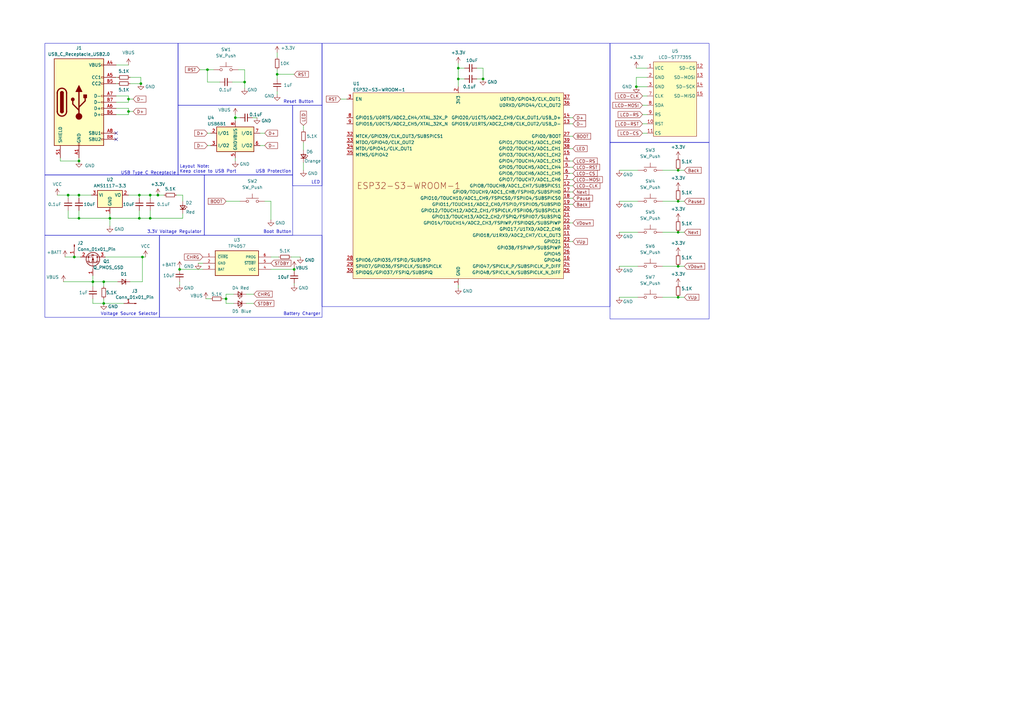
<source format=kicad_sch>
(kicad_sch (version 20231120) (generator "eeschema") (generator_version "8.0")
  (paper "A3")
  (lib_symbols
    (symbol "1.8 inch TFT LCD and SD carrd:LCD-016N002L"
      (property "Reference" "U5" (at 0 17.145 0))
      (property "Value" "LCD-ST7735S" (at 0 14.605 0))
      (property "Footprint" "1.8 inch TFT LCD:1.8inTFTLCD" (at 0 -19.05 0))
      (symbol "LCD-016N002L_1_1"
        (rectangle (start -8.89 12.7) (end 8.89 -17.78) (fill (type background)))
        (pin power_in line (at -11.43 10.16 0) (length 2.54) (name "VCC") (number "1"))
        (pin input line (at -11.43 -12.7 0) (length 2.54) (name "RST") (number "10"))
        (pin input line (at -11.43 -16.51 0) (length 2.54) (name "CS") (number "11"))
        (pin input line (at 11.43 10.16 180) (length 2.54) (name "SD-CS") (number "12"))
        (pin input line (at 11.43 6.35 180) (length 2.54) (name "SD-MOSI") (number "13"))
        (pin input line (at 11.43 2.54 180) (length 2.54) (name "SD-SCK") (number "14"))
        (pin input line (at 11.43 -1.27 180) (length 2.54) (name "SD-MISO") (number "15"))
        (pin power_in line (at -11.43 6.35 0) (length 2.54) (name "GND") (number "2"))
        (pin power_in line (at -11.43 2.54 0) (length 2.54) (name "GND") (number "3"))
        (pin input line (at -11.43 -1.27 0) (length 2.54) (name "CLK") (number "7"))
        (pin input line (at -11.43 -5.08 0) (length 2.54) (name "SDA") (number "8"))
        (pin input line (at -11.43 -8.89 0) (length 2.54) (name "RS") (number "9"))
      )
    )
    (symbol "Connector:Conn_01x01_Pin" (pin_names (offset 1.016) hide)
      (property "Reference" "J" (at 0 2.54 0))
      (property "Value" "Conn_01x01_Pin" (at 0 -2.54 0))
      (symbol "Conn_01x01_Pin_1_1"
        (polyline (pts (xy 1.27 0) (xy 0.8636 0)) (stroke (width 0.1524)))
        (rectangle (start 0.8636 0.127) (end 0 -0.127) (stroke (width 0.1524)) (fill (type outline)))
        (pin passive line (at 5.08 0 180) (length 3.81) (name "Pin_1") (number "1"))
      )
    )
    (symbol "Connector:USB_C_Receptacle_USB2.0" (pin_names (offset 1.016))
      (property "Reference" "J" (at -10.16 19.05 0))
      (property "Value" "USB_C_Receptacle_USB2.0" (at 19.05 19.05 0))
      (symbol "USB_C_Receptacle_USB2.0_0_0"
        (rectangle (start -0.254 -17.78) (end 0.254 -16.764))
        (rectangle (start 10.16 -14.986) (end 9.144 -15.494))
        (rectangle (start 10.16 -12.446) (end 9.144 -12.954))
        (rectangle (start 10.16 -4.826) (end 9.144 -5.334))
        (rectangle (start 10.16 -2.286) (end 9.144 -2.794))
        (rectangle (start 10.16 0.254) (end 9.144 -0.254))
        (rectangle (start 10.16 2.794) (end 9.144 2.286))
        (rectangle (start 10.16 7.874) (end 9.144 7.366))
        (rectangle (start 10.16 10.414) (end 9.144 9.906))
        (rectangle (start 10.16 15.494) (end 9.144 14.986))
      )
      (symbol "USB_C_Receptacle_USB2.0_0_1"
        (rectangle (start -10.16 17.78) (end 10.16 -17.78) (stroke (width 0.254)) (fill (type background)))
        (arc (start -8.89 -3.81) (mid -6.985 -5.7067) (end -5.08 -3.81) (stroke (width 0.508)))
        (arc (start -7.62 -3.81) (mid -6.985 -4.4423) (end -6.35 -3.81) (stroke (width 0.254)))
        (arc (start -7.62 -3.81) (mid -6.985 -4.4423) (end -6.35 -3.81) (stroke (width 0.254)) (fill (type outline)))
        (rectangle (start -7.62 -3.81) (end -6.35 3.81) (stroke (width 0.254)) (fill (type outline)))
        (arc (start -6.35 3.81) (mid -6.985 4.4423) (end -7.62 3.81) (stroke (width 0.254)))
        (arc (start -6.35 3.81) (mid -6.985 4.4423) (end -7.62 3.81) (stroke (width 0.254)) (fill (type outline)))
        (arc (start -5.08 3.81) (mid -6.985 5.7067) (end -8.89 3.81) (stroke (width 0.508)))
        (circle (center -2.54 1.143) (radius 0.635) (stroke (width 0.254)) (fill (type outline)))
        (circle (center 0 -5.842) (radius 1.27) (fill (type outline)))
        (polyline (pts (xy -8.89 -3.81) (xy -8.89 3.81)) (stroke (width 0.508)))
        (polyline (pts (xy -5.08 3.81) (xy -5.08 -3.81)) (stroke (width 0.508)))
        (polyline (pts (xy 0 -5.842) (xy 0 4.318)) (stroke (width 0.508)))
        (polyline (pts (xy 0 -3.302) (xy -2.54 -0.762) (xy -2.54 0.508)) (stroke (width 0.508)))
        (polyline (pts (xy 0 -2.032) (xy 2.54 0.508) (xy 2.54 1.778)) (stroke (width 0.508)))
        (polyline (pts (xy -1.27 4.318) (xy 0 6.858) (xy 1.27 4.318) (xy -1.27 4.318)) (stroke (width 0.254)) (fill (type outline)))
        (rectangle (start 1.905 1.778) (end 3.175 3.048) (stroke (width 0.254)) (fill (type outline)))
      )
      (symbol "USB_C_Receptacle_USB2.0_1_1"
        (pin passive line (at 0 -22.86 90) (length 5.08) (name "GND") (number "A1"))
        (pin passive line (at 0 -22.86 90) (length 5.08) hide (name "GND") (number "A12"))
        (pin passive line (at 15.24 15.24 180) (length 5.08) (name "VBUS") (number "A4"))
        (pin bidirectional line (at 15.24 10.16 180) (length 5.08) (name "CC1") (number "A5"))
        (pin bidirectional line (at 15.24 -2.54 180) (length 5.08) (name "D+") (number "A6"))
        (pin bidirectional line (at 15.24 2.54 180) (length 5.08) (name "D-") (number "A7"))
        (pin bidirectional line (at 15.24 -12.7 180) (length 5.08) (name "SBU1") (number "A8"))
        (pin passive line (at 15.24 15.24 180) (length 5.08) hide (name "VBUS") (number "A9"))
        (pin passive line (at 0 -22.86 90) (length 5.08) hide (name "GND") (number "B1"))
        (pin passive line (at 0 -22.86 90) (length 5.08) hide (name "GND") (number "B12"))
        (pin passive line (at 15.24 15.24 180) (length 5.08) hide (name "VBUS") (number "B4"))
        (pin bidirectional line (at 15.24 7.62 180) (length 5.08) (name "CC2") (number "B5"))
        (pin bidirectional line (at 15.24 -5.08 180) (length 5.08) (name "D+") (number "B6"))
        (pin bidirectional line (at 15.24 0 180) (length 5.08) (name "D-") (number "B7"))
        (pin bidirectional line (at 15.24 -15.24 180) (length 5.08) (name "SBU2") (number "B8"))
        (pin passive line (at 15.24 15.24 180) (length 5.08) hide (name "VBUS") (number "B9"))
        (pin passive line (at -7.62 -22.86 90) (length 5.08) (name "SHIELD") (number "S1"))
      )
    )
    (symbol "Device:C_Small" (pin_numbers hide) (pin_names (offset 0.254) hide)
      (property "Reference" "C" (at 0.254 1.778 0))
      (property "Value" "C_Small" (at 0.254 -2.032 0))
      (symbol "C_Small_0_1"
        (polyline (pts (xy -1.524 -0.508) (xy 1.524 -0.508)) (stroke (width 0.3302)))
        (polyline (pts (xy -1.524 0.508) (xy 1.524 0.508)) (stroke (width 0.3048)))
      )
      (symbol "C_Small_1_1"
        (pin passive line (at 0 2.54 270) (length 2.032) (name "~") (number "1"))
        (pin passive line (at 0 -2.54 90) (length 2.032) (name "~") (number "2"))
      )
    )
    (symbol "Device:D_Small" (pin_numbers hide) (pin_names (offset 0.254) hide)
      (property "Reference" "D" (at -1.27 2.032 0))
      (property "Value" "D_Small" (at -3.81 -2.032 0))
      (symbol "D_Small_0_1"
        (polyline (pts (xy -0.762 -1.016) (xy -0.762 1.016)) (stroke (width 0.254)))
        (polyline (pts (xy -0.762 0) (xy 0.762 0)))
        (polyline (pts (xy 0.762 -1.016) (xy -0.762 0) (xy 0.762 1.016) (xy 0.762 -1.016)) (stroke (width 0.254)))
      )
      (symbol "D_Small_1_1"
        (pin passive line (at -2.54 0 0) (length 1.778) (name "K") (number "1"))
        (pin passive line (at 2.54 0 180) (length 1.778) (name "A") (number "2"))
      )
    )
    (symbol "Device:LED_Small" (pin_numbers hide) (pin_names (offset 0.254) hide)
      (property "Reference" "D" (at -1.27 3.175 0))
      (property "Value" "LED_Small" (at -4.445 -2.54 0))
      (symbol "LED_Small_0_1"
        (polyline (pts (xy -0.762 -1.016) (xy -0.762 1.016)) (stroke (width 0.254)))
        (polyline (pts (xy 1.016 0) (xy -0.762 0)))
        (polyline (pts (xy 0.762 -1.016) (xy -0.762 0) (xy 0.762 1.016) (xy 0.762 -1.016)) (stroke (width 0.254)))
        (polyline (pts (xy 0 0.762) (xy -0.508 1.27) (xy -0.254 1.27) (xy -0.508 1.27) (xy -0.508 1.016)))
        (polyline (pts (xy 0.508 1.27) (xy 0 1.778) (xy 0.254 1.778) (xy 0 1.778) (xy 0 1.524)))
      )
      (symbol "LED_Small_1_1"
        (pin passive line (at -2.54 0 0) (length 1.778) (name "K") (number "1"))
        (pin passive line (at 2.54 0 180) (length 1.778) (name "A") (number "2"))
      )
    )
    (symbol "Device:Q_PMOS_GSD" (pin_names (offset 0) hide)
      (property "Reference" "Q" (at 5.08 1.27 0))
      (property "Value" "Q_PMOS_GSD" (at 5.08 -1.27 0))
      (symbol "Q_PMOS_GSD_0_1"
        (polyline (pts (xy 0.254 0) (xy -2.54 0)))
        (polyline (pts (xy 0.254 1.905) (xy 0.254 -1.905)) (stroke (width 0.254)))
        (polyline (pts (xy 0.762 -1.27) (xy 0.762 -2.286)) (stroke (width 0.254)))
        (polyline (pts (xy 0.762 0.508) (xy 0.762 -0.508)) (stroke (width 0.254)))
        (polyline (pts (xy 0.762 2.286) (xy 0.762 1.27)) (stroke (width 0.254)))
        (polyline (pts (xy 2.54 2.54) (xy 2.54 1.778)))
        (polyline (pts (xy 2.54 -2.54) (xy 2.54 0) (xy 0.762 0)))
        (polyline (pts (xy 0.762 1.778) (xy 3.302 1.778) (xy 3.302 -1.778) (xy 0.762 -1.778)))
        (polyline (pts (xy 2.286 0) (xy 1.27 0.381) (xy 1.27 -0.381) (xy 2.286 0)) (fill (type outline)))
        (polyline (pts (xy 2.794 -0.508) (xy 2.921 -0.381) (xy 3.683 -0.381) (xy 3.81 -0.254)))
        (polyline (pts (xy 3.302 -0.381) (xy 2.921 0.254) (xy 3.683 0.254) (xy 3.302 -0.381)))
        (circle (center 1.651 0) (radius 2.794) (stroke (width 0.254)))
        (circle (center 2.54 -1.778) (radius 0.254) (fill (type outline)))
        (circle (center 2.54 1.778) (radius 0.254) (fill (type outline)))
      )
      (symbol "Q_PMOS_GSD_1_1"
        (pin input line (at -5.08 0 0) (length 2.54) (name "G") (number "1"))
        (pin passive line (at 2.54 -5.08 90) (length 2.54) (name "S") (number "2"))
        (pin passive line (at 2.54 5.08 270) (length 2.54) (name "D") (number "3"))
      )
    )
    (symbol "Device:R_Small" (pin_numbers hide) (pin_names (offset 0.254) hide)
      (property "Reference" "R" (at 0.762 0.508 0))
      (property "Value" "R_Small" (at 0.762 -1.016 0))
      (symbol "R_Small_0_1"
        (rectangle (start -0.762 1.778) (end 0.762 -1.778) (stroke (width 0.2032)))
      )
      (symbol "R_Small_1_1"
        (pin passive line (at 0 2.54 270) (length 0.762) (name "~") (number "1"))
        (pin passive line (at 0 -2.54 90) (length 0.762) (name "~") (number "2"))
      )
    )
    (symbol "PCM_Espressif:ESP32-S3-WROOM-1" (pin_names (offset 1.016))
      (property "Reference" "U" (at -43.18 43.18 0))
      (property "Value" "ESP32-S3-WROOM-1" (at -43.18 40.64 0))
      (symbol "ESP32-S3-WROOM-1_0_0"
        (text "ESP32-S3-WROOM-1" (at -20.32 0 0) (effects (font (size 2.54 2.54))))
        (pin power_in line (at 0 -40.64 90) (length 2.54) (name "GND") (number "1"))
        (pin bidirectional line (at 45.72 -17.78 180) (length 2.54) (name "GPIO17/U1TXD/ADC2_CH6") (number "10"))
        (pin bidirectional line (at 45.72 -20.32 180) (length 2.54) (name "GPIO18/U1RXD/ADC2_CH7/CLK_OUT3") (number "11"))
        (pin bidirectional line (at 45.72 0 180) (length 2.54) (name "GPIO8/TOUCH8/ADC1_CH7/SUBSPICS1") (number "12"))
        (pin bidirectional line (at 45.72 25.4 180) (length 2.54) (name "GPIO19/U1RTS/ADC2_CH8/CLK_OUT2/USB_D-") (number "13"))
        (pin bidirectional line (at 45.72 27.94 180) (length 2.54) (name "GPIO20/U1CTS/ADC2_CH9/CLK_OUT1/USB_D+") (number "14"))
        (pin bidirectional line (at 45.72 12.7 180) (length 2.54) (name "GPIO3/TOUCH3/ADC1_CH2") (number "15"))
        (pin bidirectional line (at 45.72 -30.48 180) (length 2.54) (name "GPIO46") (number "16"))
        (pin bidirectional line (at 45.72 -2.54 180) (length 2.54) (name "GPIO9/TOUCH9/ADC1_CH8/FSPIHD/SUBSPIHD") (number "17"))
        (pin bidirectional line (at 45.72 -5.08 180) (length 2.54) (name "GPIO10/TOUCH10/ADC1_CH9/FSPICS0/FSPIIO4/SUBSPICS0") (number "18"))
        (pin bidirectional line (at 45.72 -7.62 180) (length 2.54) (name "GPIO11/TOUCH11/ADC2_CH0/FSPID/FSPIIO5/SUBSPID") (number "19"))
        (pin power_in line (at 0 40.64 270) (length 2.54) (name "3V3") (number "2"))
        (pin bidirectional line (at 45.72 -10.16 180) (length 2.54) (name "GPIO12/TOUCH12/ADC2_CH1/FSPICLK/FSPIIO6/SUBSPICLK") (number "20"))
        (pin bidirectional line (at 45.72 -12.7 180) (length 2.54) (name "GPIO13/TOUCH13/ADC2_CH2/FSPIQ/FSPIIO7/SUBSPIQ") (number "21"))
        (pin bidirectional line (at 45.72 -15.24 180) (length 2.54) (name "GPIO14/TOUCH14/ADC2_CH3/FSPIWP/FSPIDQS/SUBSPIWP") (number "22"))
        (pin bidirectional line (at 45.72 -22.86 180) (length 2.54) (name "GPIO21") (number "23"))
        (pin bidirectional line (at 45.72 -33.02 180) (length 2.54) (name "GPIO47/SPICLK_P/SUBSPICLK_P_DIFF") (number "24"))
        (pin bidirectional line (at 45.72 -35.56 180) (length 2.54) (name "GPIO48/SPICLK_N/SUBSPICLK_N_DIFF") (number "25"))
        (pin bidirectional line (at 45.72 -27.94 180) (length 2.54) (name "GPIO45") (number "26"))
        (pin bidirectional line (at 45.72 20.32 180) (length 2.54) (name "GPIO0/BOOT") (number "27"))
        (pin bidirectional line (at -45.72 -30.48 0) (length 2.54) (name "SPIIO6/GPIO35/FSPID/SUBSPID") (number "28"))
        (pin bidirectional line (at -45.72 -33.02 0) (length 2.54) (name "SPIIO7/GPIO36/FSPICLK/SUBSPICLK") (number "29"))
        (pin input line (at -45.72 35.56 0) (length 2.54) (name "EN") (number "3"))
        (pin bidirectional line (at -45.72 -35.56 0) (length 2.54) (name "SPIDQS/GPIO37/FSPIQ/SUBSPIQ") (number "30"))
        (pin bidirectional line (at 45.72 -25.4 180) (length 2.54) (name "GPIO38/FSPIWP/SUBSPIWP") (number "31"))
        (pin bidirectional line (at -45.72 20.32 0) (length 2.54) (name "MTCK/GPIO39/CLK_OUT3/SUBSPICS1") (number "32"))
        (pin bidirectional line (at -45.72 17.78 0) (length 2.54) (name "MTDO/GPIO40/CLK_OUT2") (number "33"))
        (pin bidirectional line (at -45.72 15.24 0) (length 2.54) (name "MTDI/GPIO41/CLK_OUT1") (number "34"))
        (pin bidirectional line (at -45.72 12.7 0) (length 2.54) (name "MTMS/GPIO42") (number "35"))
        (pin bidirectional line (at 45.72 33.02 180) (length 2.54) (name "U0RXD/GPIO44/CLK_OUT2") (number "36"))
        (pin bidirectional line (at 45.72 35.56 180) (length 2.54) (name "U0TXD/GPIO43/CLK_OUT1") (number "37"))
        (pin bidirectional line (at 45.72 15.24 180) (length 2.54) (name "GPIO2/TOUCH2/ADC1_CH1") (number "38"))
        (pin bidirectional line (at 45.72 17.78 180) (length 2.54) (name "GPIO1/TOUCH1/ADC1_CH0") (number "39"))
        (pin bidirectional line (at 45.72 10.16 180) (length 2.54) (name "GPIO4/TOUCH4/ADC1_CH3") (number "4"))
        (pin passive line (at 0 -40.64 90) (length 2.54) hide (name "GND") (number "40"))
        (pin passive line (at 0 -40.64 90) (length 2.54) hide (name "GND") (number "41"))
        (pin bidirectional line (at 45.72 7.62 180) (length 2.54) (name "GPIO5/TOUCH5/ADC1_CH4") (number "5"))
        (pin bidirectional line (at 45.72 5.08 180) (length 2.54) (name "GPIO6/TOUCH6/ADC1_CH5") (number "6"))
        (pin bidirectional line (at 45.72 2.54 180) (length 2.54) (name "GPIO7/TOUCH7/ADC1_CH6") (number "7"))
        (pin bidirectional line (at -45.72 27.94 0) (length 2.54) (name "GPIO15/U0RTS/ADC2_CH4/XTAL_32K_P") (number "8"))
        (pin bidirectional line (at -45.72 25.4 0) (length 2.54) (name "GPIO16/U0CTS/ADC2_CH5/XTAL_32K_N") (number "9"))
      )
      (symbol "ESP32-S3-WROOM-1_0_1"
        (rectangle (start -43.18 38.1) (end 43.18 -38.1) (fill (type background)))
      )
    )
    (symbol "Power_Protection:USB6B1"
      (property "Reference" "U" (at 6.35 6.35 0))
      (property "Value" "USB6B1" (at 5.08 -6.35 0))
      (symbol "USB6B1_0_1"
        (rectangle (start -7.62 -5.08) (end 7.62 5.08) (stroke (width 0.254)) (fill (type background)))
      )
      (symbol "USB6B1_1_1"
        (pin passive line (at 0 7.62 270) (length 2.54) hide (name "VBUS") (number "1"))
        (pin passive line (at -10.16 2.54 0) (length 2.54) (name "I/O1") (number "2"))
        (pin passive line (at -10.16 -2.54 0) (length 2.54) (name "I/O2") (number "3"))
        (pin passive line (at 0 -7.62 90) (length 2.54) hide (name "GND") (number "4"))
        (pin passive line (at 0 -7.62 90) (length 2.54) (name "GND") (number "5"))
        (pin passive line (at 10.16 -2.54 180) (length 2.54) (name "I/O2") (number "6"))
        (pin passive line (at 10.16 2.54 180) (length 2.54) (name "I/O1") (number "7"))
        (pin passive line (at 0 7.62 270) (length 2.54) (name "VBUS") (number "8"))
      )
    )
    (symbol "Regulator_Linear:AMS1117-3.3"
      (property "Reference" "U" (at -3.81 3.175 0))
      (property "Value" "AMS1117-3.3" (at 0 3.175 0))
      (symbol "AMS1117-3.3_0_1"
        (rectangle (start -5.08 -5.08) (end 5.08 1.905) (stroke (width 0.254)) (fill (type background)))
      )
      (symbol "AMS1117-3.3_1_1"
        (pin power_in line (at 0 -7.62 90) (length 2.54) (name "GND") (number "1"))
        (pin power_out line (at 7.62 0 180) (length 2.54) (name "VO") (number "2"))
        (pin power_in line (at -7.62 0 0) (length 2.54) (name "VI") (number "3"))
      )
    )
    (symbol "Switch:SW_Push" (pin_numbers hide) (pin_names (offset 1.016) hide)
      (property "Reference" "SW" (at 1.27 2.54 0))
      (property "Value" "SW_Push" (at 0 -1.524 0))
      (symbol "SW_Push_0_1"
        (circle (center -2.032 0) (radius 0.508))
        (polyline (pts (xy 0 1.27) (xy 0 3.048)))
        (polyline (pts (xy 2.54 1.27) (xy -2.54 1.27)))
        (circle (center 2.032 0) (radius 0.508))
        (pin passive line (at -5.08 0 0) (length 2.54) (name "1") (number "1"))
        (pin passive line (at 5.08 0 180) (length 2.54) (name "2") (number "2"))
      )
    )
    (symbol "TP4057:TP4057" (pin_names (offset 1.016))
      (property "Reference" "U" (at -7.62 5.842 0))
      (property "Value" "TP4057" (at -7.62 -7.62 0))
      (symbol "TP4057_0_0"
        (rectangle (start -7.62 -5.08) (end 10.16 5.08) (stroke (width 0.254)) (fill (type background)))
        (pin open_collector line (at -12.7 2.54 0) (length 5.08) (name "~{CHRG}") (number "1"))
        (pin power_in line (at -12.7 0 0) (length 5.08) (name "GND") (number "2"))
        (pin power_in line (at -12.7 -2.54 0) (length 5.08) (name "BAT") (number "3"))
        (pin power_in line (at 15.24 -2.54 180) (length 5.08) (name "VCC") (number "4"))
        (pin open_collector line (at 15.24 0 180) (length 5.08) (name "~{STDBY}") (number "5"))
        (pin input line (at 15.24 2.54 180) (length 5.08) (name "PROG") (number "6"))
      )
    )
    (symbol "power:+3.3V" (power) (pin_names (offset 0))
      (property "Value" "+3.3V" (at 0 3.556 0))
      (symbol "+3.3V_0_1"
        (polyline (pts (xy -0.762 1.27) (xy 0 2.54)))
        (polyline (pts (xy 0 0) (xy 0 2.54)))
        (polyline (pts (xy 0 2.54) (xy 0.762 1.27)))
      )
      (symbol "+3.3V_1_1"
        (pin power_in line (at 0 0 90) (length 0) hide (name "+3.3V") (number "1"))
      )
    )
    (symbol "power:+BATT" (power) (pin_names (offset 0))
      (property "Value" "+BATT" (at 0 3.556 0))
      (symbol "+BATT_0_1"
        (polyline (pts (xy -0.762 1.27) (xy 0 2.54)))
        (polyline (pts (xy 0 0) (xy 0 2.54)))
        (polyline (pts (xy 0 2.54) (xy 0.762 1.27)))
      )
      (symbol "+BATT_1_1"
        (pin power_in line (at 0 0 90) (length 0) hide (name "+BATT") (number "1"))
      )
    )
    (symbol "power:GND" (power) (pin_names (offset 0))
      (property "Value" "GND" (at 0 -3.81 0))
      (symbol "GND_0_1"
        (polyline (pts (xy 0 0) (xy 0 -1.27) (xy 1.27 -1.27) (xy 0 -2.54) (xy -1.27 -1.27) (xy 0 -1.27)))
      )
      (symbol "GND_1_1"
        (pin power_in line (at 0 0 270) (length 0) hide (name "GND") (number "1"))
      )
    )
    (symbol "power:VBUS" (power) (pin_names (offset 0))
      (property "Value" "VBUS" (at 0 3.81 0))
      (symbol "VBUS_0_1"
        (polyline (pts (xy -0.762 1.27) (xy 0 2.54)))
        (polyline (pts (xy 0 0) (xy 0 2.54)))
        (polyline (pts (xy 0 2.54) (xy 0.762 1.27)))
      )
      (symbol "VBUS_1_1"
        (pin power_in line (at 0 0 90) (length 0) hide (name "VBUS") (number "1"))
      )
    )
    (symbol "power:VCC" (power) (pin_names (offset 0))
      (property "Value" "VCC" (at 0 3.81 0))
      (symbol "VCC_0_1"
        (polyline (pts (xy -0.762 1.27) (xy 0 2.54)))
        (polyline (pts (xy 0 0) (xy 0 2.54)))
        (polyline (pts (xy 0 2.54) (xy 0.762 1.27)))
      )
      (symbol "VCC_1_1"
        (pin power_in line (at 0 0 90) (length 0) hide (name "VCC") (number "1"))
      )
    )
  )
  (junction (at 61.595 80.01))
  (junction (at 260.985 35.56))
  (junction (at 32.385 66.04))
  (junction (at 278.13 109.22))
  (junction (at 58.42 105.41))
  (junction (at 187.96 32.385))
  (junction (at 61.595 89.535))
  (junction (at 57.15 80.01))
  (junction (at 57.785 34.29))
  (junction (at 42.545 124.46))
  (junction (at 100.33 33.655))
  (junction (at 96.52 48.26))
  (junction (at 27.94 80.01))
  (junction (at 57.15 89.535))
  (junction (at 64.77 80.01))
  (junction (at 278.13 95.25))
  (junction (at 113.665 30.48))
  (junction (at 187.96 27.94))
  (junction (at 85.09 28.575))
  (junction (at 92.71 122.555))
  (junction (at 45.085 89.535))
  (junction (at 52.705 40.64))
  (junction (at 32.385 89.535))
  (junction (at 120.65 110.49))
  (junction (at 73.66 110.49))
  (junction (at 42.545 115.57))
  (junction (at 52.705 45.72))
  (junction (at 278.13 82.55))
  (junction (at 32.385 80.01))
  (junction (at 30.48 105.41))
  (junction (at 278.13 121.92))
  (junction (at 198.12 32.385))
  (junction (at 278.13 69.85))
  (junction (at 38.1 115.57))
  (no_connect (at 47.625 57.15))
  (no_connect (at 47.625 54.61))
  (wire (pts (xy 113.665 37.465) (xy 113.665 38.735)))
  (wire (pts (xy 103.505 48.26) (xy 105.41 48.26)))
  (wire (pts (xy 57.15 86.36) (xy 57.15 89.535)))
  (wire (pts (xy 233.68 83.82) (xy 234.95 83.82)))
  (wire (pts (xy 278.13 69.85) (xy 280.67 69.85)))
  (wire (pts (xy 187.96 27.94) (xy 187.96 32.385)))
  (wire (pts (xy 233.68 81.28) (xy 234.95 81.28)))
  (wire (pts (xy 263.525 46.99) (xy 265.43 46.99)))
  (wire (pts (xy 26.035 115.57) (xy 38.1 115.57)))
  (wire (pts (xy 95.25 33.655) (xy 100.33 33.655)))
  (wire (pts (xy 233.68 73.66) (xy 234.95 73.66)))
  (wire (pts (xy 52.705 41.91) (xy 47.625 41.91)))
  (wire (pts (xy 271.78 82.55) (xy 278.13 82.55)))
  (wire (pts (xy 96.52 48.26) (xy 96.52 49.53)))
  (wire (pts (xy 38.1 115.57) (xy 42.545 115.57)))
  (wire (pts (xy 61.595 80.01) (xy 61.595 81.28)))
  (wire (pts (xy 30.48 105.41) (xy 33.02 105.41)))
  (wire (pts (xy 53.34 115.57) (xy 58.42 115.57)))
  (wire (pts (xy 187.96 26.035) (xy 187.96 27.94)))
  (wire (pts (xy 233.68 78.74) (xy 234.95 78.74)))
  (wire (pts (xy 233.68 48.26) (xy 234.95 48.26)))
  (wire (pts (xy 233.68 68.58) (xy 234.95 68.58)))
  (wire (pts (xy 23.495 80.01) (xy 27.94 80.01)))
  (wire (pts (xy 27.94 89.535) (xy 32.385 89.535)))
  (wire (pts (xy 92.71 120.65) (xy 95.885 120.65)))
  (wire (pts (xy 72.39 80.01) (xy 74.93 80.01)))
  (wire (pts (xy 263.525 54.61) (xy 265.43 54.61)))
  (wire (pts (xy 42.545 124.46) (xy 50.8 124.46)))
  (wire (pts (xy 254 109.22) (xy 261.62 109.22)))
  (wire (pts (xy 198.12 27.94) (xy 195.58 27.94)))
  (wire (pts (xy 120.65 111.125) (xy 120.65 110.49)))
  (wire (pts (xy 42.545 115.57) (xy 48.26 115.57)))
  (wire (pts (xy 73.66 109.855) (xy 73.66 110.49)))
  (wire (pts (xy 32.385 89.535) (xy 45.085 89.535)))
  (wire (pts (xy 233.68 71.12) (xy 234.95 71.12)))
  (wire (pts (xy 233.68 55.88) (xy 234.95 55.88)))
  (wire (pts (xy 92.71 122.555) (xy 92.71 124.46)))
  (wire (pts (xy 254 95.25) (xy 261.62 95.25)))
  (wire (pts (xy 111.125 105.41) (xy 114.3 105.41)))
  (wire (pts (xy 187.96 116.84) (xy 187.96 118.11)))
  (wire (pts (xy 97.79 28.575) (xy 100.33 28.575)))
  (wire (pts (xy 263.525 50.8) (xy 265.43 50.8)))
  (wire (pts (xy 124.46 58.42) (xy 124.46 61.595)))
  (wire (pts (xy 27.94 80.01) (xy 32.385 80.01)))
  (wire (pts (xy 61.595 89.535) (xy 57.15 89.535)))
  (wire (pts (xy 64.77 80.01) (xy 67.31 80.01)))
  (wire (pts (xy 92.71 82.55) (xy 98.425 82.55)))
  (wire (pts (xy 100.33 28.575) (xy 100.33 33.655)))
  (wire (pts (xy 120.65 116.84) (xy 120.65 116.205)))
  (wire (pts (xy 32.385 80.01) (xy 37.465 80.01)))
  (wire (pts (xy 57.15 89.535) (xy 45.085 89.535)))
  (wire (pts (xy 38.1 115.57) (xy 38.1 117.475)))
  (wire (pts (xy 57.15 80.01) (xy 61.595 80.01)))
  (wire (pts (xy 96.52 64.77) (xy 96.52 66.04)))
  (wire (pts (xy 45.085 89.535) (xy 45.085 92.71)))
  (wire (pts (xy 42.545 124.46) (xy 42.545 122.555)))
  (wire (pts (xy 27.94 86.36) (xy 27.94 89.535)))
  (wire (pts (xy 278.13 95.25) (xy 280.67 95.25)))
  (wire (pts (xy 233.68 50.8) (xy 234.95 50.8)))
  (wire (pts (xy 90.17 33.655) (xy 85.09 33.655)))
  (wire (pts (xy 261.62 69.85) (xy 254 69.85)))
  (wire (pts (xy 120.65 30.48) (xy 113.665 30.48)))
  (wire (pts (xy 92.71 120.65) (xy 92.71 122.555)))
  (wire (pts (xy 96.52 46.99) (xy 96.52 48.26)))
  (wire (pts (xy 198.12 32.385) (xy 198.12 27.94)))
  (wire (pts (xy 113.665 21.59) (xy 113.665 23.495)))
  (wire (pts (xy 254 82.55) (xy 261.62 82.55)))
  (wire (pts (xy 42.545 115.57) (xy 42.545 117.475)))
  (wire (pts (xy 38.1 113.03) (xy 38.1 115.57)))
  (wire (pts (xy 260.985 31.75) (xy 265.43 31.75)))
  (wire (pts (xy 81.28 107.95) (xy 83.185 107.95)))
  (wire (pts (xy 84.455 122.555) (xy 86.36 122.555)))
  (wire (pts (xy 52.705 45.72) (xy 54.61 45.72)))
  (wire (pts (xy 61.595 86.36) (xy 61.595 89.535)))
  (wire (pts (xy 263.525 39.37) (xy 265.43 39.37)))
  (wire (pts (xy 233.68 76.2) (xy 234.95 76.2)))
  (wire (pts (xy 43.18 105.41) (xy 58.42 105.41)))
  (wire (pts (xy 260.985 35.56) (xy 260.985 31.75)))
  (wire (pts (xy 100.33 33.655) (xy 100.33 36.195)))
  (wire (pts (xy 91.44 122.555) (xy 92.71 122.555)))
  (wire (pts (xy 85.09 28.575) (xy 87.63 28.575)))
  (wire (pts (xy 57.785 31.75) (xy 57.785 34.29)))
  (wire (pts (xy 61.595 80.01) (xy 64.77 80.01)))
  (wire (pts (xy 106.68 59.69) (xy 108.585 59.69)))
  (wire (pts (xy 52.705 40.64) (xy 52.705 41.91)))
  (wire (pts (xy 233.68 91.44) (xy 234.95 91.44)))
  (wire (pts (xy 113.665 30.48) (xy 113.665 28.575)))
  (wire (pts (xy 74.93 89.535) (xy 61.595 89.535)))
  (wire (pts (xy 32.385 86.36) (xy 32.385 89.535)))
  (wire (pts (xy 57.785 31.75) (xy 53.34 31.75)))
  (wire (pts (xy 85.09 33.655) (xy 85.09 28.575)))
  (wire (pts (xy 254 121.92) (xy 261.62 121.92)))
  (wire (pts (xy 47.625 39.37) (xy 52.705 39.37)))
  (wire (pts (xy 124.46 51.435) (xy 124.46 53.34)))
  (wire (pts (xy 52.705 80.01) (xy 57.15 80.01)))
  (wire (pts (xy 190.5 27.94) (xy 187.96 27.94)))
  (wire (pts (xy 106.68 54.61) (xy 108.585 54.61)))
  (wire (pts (xy 47.625 26.67) (xy 52.705 26.67)))
  (wire (pts (xy 271.78 121.92) (xy 278.13 121.92)))
  (wire (pts (xy 57.785 34.29) (xy 53.34 34.29)))
  (wire (pts (xy 59.69 105.41) (xy 58.42 105.41)))
  (wire (pts (xy 38.1 122.555) (xy 38.1 124.46)))
  (wire (pts (xy 198.12 32.385) (xy 195.58 32.385)))
  (wire (pts (xy 73.66 110.49) (xy 83.185 110.49)))
  (wire (pts (xy 32.385 80.01) (xy 32.385 81.28)))
  (wire (pts (xy 85.09 59.69) (xy 86.36 59.69)))
  (wire (pts (xy 100.965 120.65) (xy 104.14 120.65)))
  (wire (pts (xy 52.705 46.99) (xy 47.625 46.99)))
  (wire (pts (xy 74.93 87.63) (xy 74.93 89.535)))
  (wire (pts (xy 119.38 105.41) (xy 123.19 105.41)))
  (wire (pts (xy 24.765 64.77) (xy 24.765 66.04)))
  (wire (pts (xy 111.125 82.55) (xy 111.125 90.17)))
  (wire (pts (xy 27.94 80.01) (xy 27.94 81.28)))
  (wire (pts (xy 120.65 109.855) (xy 120.65 110.49)))
  (wire (pts (xy 52.705 44.45) (xy 52.705 45.72)))
  (wire (pts (xy 124.46 66.675) (xy 124.46 69.85)))
  (wire (pts (xy 95.885 124.46) (xy 92.71 124.46)))
  (wire (pts (xy 139.7 40.64) (xy 142.24 40.64)))
  (wire (pts (xy 47.625 44.45) (xy 52.705 44.45)))
  (wire (pts (xy 233.68 99.06) (xy 234.95 99.06)))
  (wire (pts (xy 233.68 66.04) (xy 234.95 66.04)))
  (wire (pts (xy 187.96 32.385) (xy 190.5 32.385)))
  (wire (pts (xy 52.705 45.72) (xy 52.705 46.99)))
  (wire (pts (xy 278.13 82.55) (xy 280.67 82.55)))
  (wire (pts (xy 278.13 121.92) (xy 280.67 121.92)))
  (wire (pts (xy 260.985 27.94) (xy 265.43 27.94)))
  (wire (pts (xy 100.965 124.46) (xy 104.14 124.46)))
  (wire (pts (xy 85.09 54.61) (xy 86.36 54.61)))
  (wire (pts (xy 108.585 82.55) (xy 111.125 82.55)))
  (wire (pts (xy 45.085 89.535) (xy 45.085 87.63)))
  (wire (pts (xy 52.705 39.37) (xy 52.705 40.64)))
  (wire (pts (xy 32.385 64.77) (xy 32.385 66.04)))
  (wire (pts (xy 260.985 35.56) (xy 265.43 35.56)))
  (wire (pts (xy 271.78 95.25) (xy 278.13 95.25)))
  (wire (pts (xy 57.15 80.01) (xy 57.15 81.28)))
  (wire (pts (xy 74.93 80.01) (xy 74.93 82.55)))
  (wire (pts (xy 263.525 43.18) (xy 265.43 43.18)))
  (wire (pts (xy 113.665 30.48) (xy 113.665 32.385)))
  (wire (pts (xy 233.68 60.96) (xy 234.95 60.96)))
  (wire (pts (xy 278.13 109.22) (xy 280.67 109.22)))
  (wire (pts (xy 38.1 124.46) (xy 42.545 124.46)))
  (wire (pts (xy 111.125 110.49) (xy 120.65 110.49)))
  (wire (pts (xy 85.09 28.575) (xy 81.915 28.575)))
  (wire (pts (xy 73.66 116.84) (xy 73.66 115.57)))
  (wire (pts (xy 58.42 115.57) (xy 58.42 105.41)))
  (wire (pts (xy 48.26 31.75) (xy 47.625 31.75)))
  (wire (pts (xy 187.96 32.385) (xy 187.96 35.56)))
  (wire (pts (xy 26.67 105.41) (xy 30.48 105.41)))
  (wire (pts (xy 271.78 109.22) (xy 278.13 109.22)))
  (wire (pts (xy 96.52 48.26) (xy 98.425 48.26)))
  (wire (pts (xy 48.26 34.29) (xy 47.625 34.29)))
  (wire (pts (xy 52.705 40.64) (xy 54.61 40.64)))
  (wire (pts (xy 24.765 66.04) (xy 32.385 66.04)))
  (wire (pts (xy 271.78 69.85) (xy 278.13 69.85)))
  (rectangle (start 120.015 43.18) (end 132.08 76.2))
  (rectangle (start 132.08 17.78) (end 250.19 125.73))
  (rectangle (start 250.19 17.78) (end 290.83 58.42))
  (rectangle (start 65.405 96.52) (end 132.08 130.175))
  (rectangle (start 73.025 43.18) (end 120.015 71.755))
  (rectangle (start 18.415 71.755) (end 83.82 96.52))
  (rectangle (start 18.415 96.52) (end 65.405 130.175))
  (rectangle (start 18.415 17.78) (end 73.025 71.755))
  (rectangle (start 73.025 17.78) (end 132.08 43.18))
  (rectangle (start 250.19 58.42) (end 290.83 130.81))
  (rectangle (start 83.82 71.755) (end 120.015 96.52))
  (text "LED" (at 127.635 75.565 0) (effects (font (size 1.27 1.27)) (justify left bottom)))
  (text "Boot Button" (at 107.95 95.885 0) (effects (font (size 1.27 1.27)) (justify left bottom)))
  (text "Voltage Source Selector" (at 41.275 129.54 0) (effects (font (size 1.27 1.27)) (justify left bottom)))
  (text "3.3V Voltage Regulator" (at 60.325 95.885 0) (effects (font (size 1.27 1.27)) (justify left bottom)))
  (text "USB Type C Receptacle" (at 49.53 71.755 0) (effects (font (size 1.27 1.27)) (justify left bottom)))
  (text "USB Protection" (at 104.775 71.12 0) (effects (font (size 1.27 1.27)) (justify left bottom)))
  (text "Battery Charger" (at 116.205 129.54 0) (effects (font (size 1.27 1.27)) (justify left bottom)))
  (text "Layout Note: \nKeep close to USB Port" (at 73.66 71.12 0) (effects (font (size 1.27 1.27)) (justify left bottom)))
  (text "Reset Button" (at 116.205 42.545 0) (effects (font (size 1.27 1.27)) (justify left bottom)))
  (global_label "D-" (shape input) (at 54.61 40.64 0) (property "Intersheetrefs" "${INTERSHEET_REFS}" (effects (hide yes))))
  (global_label "LCD-CS" (shape input) (at 234.95 71.12 0) (property "Intersheetrefs" "${INTERSHEET_REFS}" (effects (hide yes))))
  (global_label "LCD-RST" (shape input) (at 234.95 68.58 0) (property "Intersheetrefs" "${INTERSHEET_REFS}" (effects (hide yes))))
  (global_label "BOOT" (shape input) (at 234.95 55.88 0) (property "Intersheetrefs" "${INTERSHEET_REFS}" (effects (hide yes))))
  (global_label "D-" (shape input) (at 234.95 50.8 0) (property "Intersheetrefs" "${INTERSHEET_REFS}" (effects (hide yes))))
  (global_label "Back" (shape input) (at 280.67 69.85 0) (property "Intersheetrefs" "${INTERSHEET_REFS}" (effects (hide yes))))
  (global_label "Pause" (shape input) (at 234.95 81.28 0) (property "Intersheetrefs" "${INTERSHEET_REFS}" (effects (hide yes))))
  (global_label "D-" (shape input) (at 108.585 59.69 0) (property "Intersheetrefs" "${INTERSHEET_REFS}" (effects (hide yes))))
  (global_label "D-" (shape input) (at 85.09 59.69 180) (property "Intersheetrefs" "${INTERSHEET_REFS}" (effects (hide yes))))
  (global_label "D+" (shape input) (at 234.95 48.26 0) (property "Intersheetrefs" "${INTERSHEET_REFS}" (effects (hide yes))))
  (global_label "BOOT" (shape input) (at 92.71 82.55 180) (property "Intersheetrefs" "${INTERSHEET_REFS}" (effects (hide yes))))
  (global_label "VUp" (shape input) (at 234.95 99.06 0) (property "Intersheetrefs" "${INTERSHEET_REFS}" (effects (hide yes))))
  (global_label "CHRG" (shape input) (at 83.185 105.41 180) (property "Intersheetrefs" "${INTERSHEET_REFS}" (effects (hide yes))))
  (global_label "RST" (shape input) (at 120.65 30.48 0) (property "Intersheetrefs" "${INTERSHEET_REFS}" (effects (hide yes))))
  (global_label "Next" (shape input) (at 280.67 95.25 0) (property "Intersheetrefs" "${INTERSHEET_REFS}" (effects (hide yes))))
  (global_label "LED" (shape input) (at 234.95 60.96 0) (property "Intersheetrefs" "${INTERSHEET_REFS}" (effects (hide yes))))
  (global_label "LCD-RST" (shape input) (at 263.525 50.8 180) (property "Intersheetrefs" "${INTERSHEET_REFS}" (effects (hide yes))))
  (global_label "LED" (shape input) (at 124.46 51.435 90) (property "Intersheetrefs" "${INTERSHEET_REFS}" (effects (hide yes))))
  (global_label "CHRG" (shape input) (at 104.14 120.65 0) (property "Intersheetrefs" "${INTERSHEET_REFS}" (effects (hide yes))))
  (global_label "D+" (shape input) (at 54.61 45.72 0) (property "Intersheetrefs" "${INTERSHEET_REFS}" (effects (hide yes))))
  (global_label "Next" (shape input) (at 234.95 78.74 0) (property "Intersheetrefs" "${INTERSHEET_REFS}" (effects (hide yes))))
  (global_label "RST" (shape input) (at 139.7 40.64 180) (property "Intersheetrefs" "${INTERSHEET_REFS}" (effects (hide yes))))
  (global_label "LCD-RS" (shape input) (at 234.95 66.04 0) (property "Intersheetrefs" "${INTERSHEET_REFS}" (effects (hide yes))))
  (global_label "RST" (shape input) (at 81.915 28.575 180) (property "Intersheetrefs" "${INTERSHEET_REFS}" (effects (hide yes))))
  (global_label "LCD-MOSI" (shape input) (at 234.95 73.66 0) (property "Intersheetrefs" "${INTERSHEET_REFS}" (effects (hide yes))))
  (global_label "LCD-MOSI" (shape input) (at 263.525 43.18 180) (property "Intersheetrefs" "${INTERSHEET_REFS}" (effects (hide yes))))
  (global_label "LCD-RS" (shape input) (at 263.525 46.99 180) (property "Intersheetrefs" "${INTERSHEET_REFS}" (effects (hide yes))))
  (global_label "VDown" (shape input) (at 234.95 91.44 0) (property "Intersheetrefs" "${INTERSHEET_REFS}" (effects (hide yes))))
  (global_label "VUp" (shape input) (at 280.67 121.92 0) (property "Intersheetrefs" "${INTERSHEET_REFS}" (effects (hide yes))))
  (global_label "D+" (shape input) (at 85.09 54.61 180) (property "Intersheetrefs" "${INTERSHEET_REFS}" (effects (hide yes))))
  (global_label "LCD-CS" (shape input) (at 263.525 54.61 180) (property "Intersheetrefs" "${INTERSHEET_REFS}" (effects (hide yes))))
  (global_label "Pause" (shape input) (at 280.67 82.55 0) (property "Intersheetrefs" "${INTERSHEET_REFS}" (effects (hide yes))))
  (global_label "STDBY" (shape input) (at 111.125 107.95 0) (property "Intersheetrefs" "${INTERSHEET_REFS}" (effects (hide yes))))
  (global_label "D+" (shape input) (at 108.585 54.61 0) (property "Intersheetrefs" "${INTERSHEET_REFS}" (effects (hide yes))))
  (global_label "LCD-CLK" (shape input) (at 234.95 76.2 0) (property "Intersheetrefs" "${INTERSHEET_REFS}" (effects (hide yes))))
  (global_label "VDown" (shape input) (at 280.67 109.22 0) (property "Intersheetrefs" "${INTERSHEET_REFS}" (effects (hide yes))))
  (global_label "STDBY" (shape input) (at 104.14 124.46 0) (property "Intersheetrefs" "${INTERSHEET_REFS}" (effects (hide yes))))
  (global_label "Back" (shape input) (at 234.95 83.82 0) (property "Intersheetrefs" "${INTERSHEET_REFS}" (effects (hide yes))))
  (global_label "LCD-CLK" (shape input) (at 263.525 39.37 180) (property "Intersheetrefs" "${INTERSHEET_REFS}" (effects (hide yes))))
  (symbol (lib_id "Device:C_Small") (at 38.1 120.015 0) (unit 1)
    (property "Reference" "C8" (effects (hide yes)))
    (property "Value" "1uF" (at 32.385 120.015 0) (effects (justify left)))
    (property "Footprint" "Capacitor_SMD:C_0805_2012Metric_Pad1.18x1.45mm_HandSolder" (effects (hide yes)))
  )
  (symbol (lib_id "Switch:SW_Push") (at 266.7 109.22 0) (unit 1)
    (property "Reference" "SW6" (at 266.7 100.965 0))
    (property "Value" "SW_Push" (at 266.7 103.505 0))
    (property "Footprint" "Button_Switch_SMD:Panasonic_EVQPUL_EVQPUC" (effects (hide yes)))
  )
  (symbol (lib_id "Device:R_Small") (at 69.85 80.01 90) (unit 1)
    (property "Reference" "R3" (effects (hide yes)))
    (property "Value" "5.1K" (at 69.85 77.47 90))
    (property "Footprint" "Resistor_SMD:R_0805_2012Metric_Pad1.20x1.40mm_HandSolder" (effects (hide yes)))
  )
  (symbol (lib_id "power:GND") (at 198.12 32.385 0) (unit 1)
    (property "Reference" "#PWR017" (effects (hide yes)))
    (property "Value" "GND" (at 201.93 33.655 0))
  )
  (symbol (lib_id "power:GND") (at 254 69.85 0) (unit 1)
    (property "Reference" "#PWR036" (effects (hide yes)))
    (property "Value" "GND" (at 257.556 71.628 0))
  )
  (symbol (lib_id "power:+3.3V") (at 278.13 64.77 0) (mirror y) (unit 1)
    (property "Reference" "#PWR031" (effects (hide yes)))
    (property "Value" "+3.3V" (at 278.13 60.325 0))
  )
  (symbol (lib_id "power:GND") (at 113.665 38.735 0) (unit 1)
    (property "Reference" "#PWR015" (effects (hide yes)))
    (property "Value" "GND" (at 110.49 39.37 0))
  )
  (symbol (lib_id "power:GND") (at 187.96 118.11 0) (unit 1)
    (property "Reference" "#PWR013" (effects (hide yes)))
    (property "Value" "GND" (at 191.77 119.38 0))
  )
  (symbol (lib_id "Device:R_Small") (at 88.9 122.555 270) (unit 1)
    (property "Reference" "R8" (effects (hide yes)))
    (property "Value" "5.1K" (at 88.9 120.65 90))
    (property "Footprint" "Resistor_SMD:R_0805_2012Metric_Pad1.20x1.40mm_HandSolder" (effects (hide yes)))
  )
  (symbol (lib_id "Device:R_Small") (at 278.13 92.71 180) (unit 1)
    (property "Reference" "R11" (effects (hide yes)))
    (property "Value" "5.1K" (at 281.686 91.694 0))
    (property "Footprint" "Resistor_SMD:R_0805_2012Metric_Pad1.20x1.40mm_HandSolder" (effects (hide yes)))
  )
  (symbol (lib_id "Switch:SW_Push") (at 266.7 69.85 0) (unit 1)
    (property "Reference" "SW3" (at 266.7 61.595 0))
    (property "Value" "SW_Push" (at 266.7 64.135 0))
    (property "Footprint" "Button_Switch_SMD:Panasonic_EVQPUL_EVQPUC" (effects (hide yes)))
  )
  (symbol (lib_id "Device:C_Small") (at 73.66 113.03 0) (mirror y) (unit 1)
    (property "Reference" "C12" (effects (hide yes)))
    (property "Value" "10uF" (at 71.755 113.03 0) (effects (justify left)))
    (property "Footprint" "Capacitor_SMD:C_0805_2012Metric_Pad1.18x1.45mm_HandSolder" (effects (hide yes)))
  )
  (symbol (lib_id "power:GND") (at 42.545 124.46 0) (unit 1)
    (property "Reference" "#PWR022" (effects (hide yes)))
    (property "Value" "GND" (at 46.355 125.73 0))
  )
  (symbol (lib_id "Device:C_Small") (at 120.65 113.665 0) (mirror y) (unit 1)
    (property "Reference" "C13" (effects (hide yes)))
    (property "Value" "10uF" (at 118.745 113.665 0) (effects (justify left)))
    (property "Footprint" "Capacitor_SMD:C_0805_2012Metric_Pad1.18x1.45mm_HandSolder" (effects (hide yes)))
  )
  (symbol (lib_id "Switch:SW_Push") (at 103.505 82.55 0) (unit 1)
    (property "Reference" "SW2" (at 103.505 74.295 0))
    (property "Value" "SW_Push" (at 103.505 76.835 0))
    (property "Footprint" "Button_Switch_SMD:SW_SPST_B3U-1000P" (effects (hide yes)))
  )
  (symbol (lib_id "Device:C_Small") (at 113.665 34.925 180) (unit 1)
    (property "Reference" "C7" (effects (hide yes)))
    (property "Value" "1uF" (at 120.015 34.925 0) (effects (justify left)))
    (property "Footprint" "Capacitor_SMD:C_0805_2012Metric_Pad1.18x1.45mm_HandSolder" (effects (hide yes)))
  )
  (symbol (lib_id "Device:C_Small") (at 27.94 83.82 0) (unit 1)
    (property "Reference" "C2" (effects (hide yes)))
    (property "Value" "0.1uF" (at 19.685 83.82 0) (effects (justify left)))
    (property "Footprint" "Capacitor_SMD:C_0805_2012Metric_Pad1.18x1.45mm_HandSolder" (effects (hide yes)))
  )
  (symbol (lib_id "power:VCC") (at 23.495 80.01 0) (unit 1)
    (property "Reference" "#PWR05" (effects (hide yes)))
    (property "Value" "VCC" (at 23.495 75.565 0))
  )
  (symbol (lib_id "power:GND") (at 57.785 34.29 0) (unit 1)
    (property "Reference" "#PWR04" (effects (hide yes)))
    (property "Value" "GND" (at 61.595 35.56 0))
  )
  (symbol (lib_id "power:GND") (at 96.52 66.04 0) (unit 1)
    (property "Reference" "#PWR010" (effects (hide yes)))
    (property "Value" "GND" (at 100.33 67.31 0))
  )
  (symbol (lib_id "Device:R_Small") (at 278.13 106.68 180) (unit 1)
    (property "Reference" "R12" (effects (hide yes)))
    (property "Value" "5.1K" (at 281.686 105.664 0))
    (property "Footprint" "Resistor_SMD:R_0805_2012Metric_Pad1.20x1.40mm_HandSolder" (effects (hide yes)))
  )
  (symbol (lib_id "power:+3.3V") (at 187.96 26.035 0) (mirror y) (unit 1)
    (property "Reference" "#PWR012" (effects (hide yes)))
    (property "Value" "+3.3V" (at 187.96 21.59 0))
  )
  (symbol (lib_id "power:GND") (at 260.985 35.56 0) (unit 1)
    (property "Reference" "#PWR030" (effects (hide yes)))
    (property "Value" "GND" (at 257.175 35.56 0))
  )
  (symbol (lib_id "Device:LED_Small") (at 98.425 120.65 180) (unit 1)
    (property "Reference" "D4" (at 96.52 118.11 0))
    (property "Value" "Red" (at 100.33 118.11 0))
    (property "Footprint" "LED_SMD:LED_0805_2012Metric_Pad1.15x1.40mm_HandSolder" (effects (hide yes)))
  )
  (symbol (lib_id "power:+BATT") (at 73.66 109.855 0) (unit 1)
    (property "Reference" "#PWR023" (effects (hide yes)))
    (property "Value" "+BATT" (at 69.215 108.585 0))
  )
  (symbol (lib_id "power:GND") (at 105.41 48.26 0) (unit 1)
    (property "Reference" "#PWR011" (effects (hide yes)))
    (property "Value" "GND" (at 109.22 49.53 0))
  )
  (symbol (lib_id "power:VCC") (at 59.69 105.41 0) (unit 1)
    (property "Reference" "#PWR020" (effects (hide yes)))
    (property "Value" "VCC" (at 59.69 100.965 0))
  )
  (symbol (lib_id "Device:R_Small") (at 50.8 34.29 90) (unit 1)
    (property "Reference" "R2" (effects (hide yes)))
    (property "Value" "5.1K" (at 50.8 36.83 90))
    (property "Footprint" "Resistor_SMD:R_0805_2012Metric_Pad1.20x1.40mm_HandSolder" (effects (hide yes)))
  )
  (symbol (lib_id "Device:C_Small") (at 92.71 33.655 90) (unit 1)
    (property "Reference" "C4" (effects (hide yes)))
    (property "Value" "0.1uF" (at 95.25 36.83 90) (effects (justify left)))
    (property "Footprint" "Capacitor_SMD:C_0805_2012Metric_Pad1.18x1.45mm_HandSolder" (effects (hide yes)))
  )
  (symbol (lib_id "Device:R_Small") (at 50.8 31.75 90) (unit 1)
    (property "Reference" "R1" (effects (hide yes)))
    (property "Value" "5.1K" (at 50.8 29.21 90))
    (property "Footprint" "Resistor_SMD:R_0805_2012Metric_Pad1.20x1.40mm_HandSolder" (effects (hide yes)))
  )
  (symbol (lib_id "power:VBUS") (at 96.52 46.99 0) (unit 1)
    (property "Reference" "#PWR08" (effects (hide yes)))
    (property "Value" "VBUS" (at 92.075 45.085 0))
  )
  (symbol (lib_id "power:+3.3V") (at 260.985 27.94 0) (mirror y) (unit 1)
    (property "Reference" "#PWR029" (effects (hide yes)))
    (property "Value" "+3.3V" (at 260.985 23.495 0))
  )
  (symbol (lib_id "power:GND") (at 32.385 66.04 0) (unit 1)
    (property "Reference" "#PWR02" (effects (hide yes)))
    (property "Value" "GND" (at 36.83 67.945 0))
  )
  (symbol (lib_id "Device:LED_Small") (at 98.425 124.46 180) (unit 1)
    (property "Reference" "D5" (at 96.52 127.635 0))
    (property "Value" "Blue" (at 100.965 127.635 0))
    (property "Footprint" "LED_SMD:LED_0805_2012Metric_Pad1.15x1.40mm_HandSolder" (effects (hide yes)))
  )
  (symbol (lib_id "power:+3.3V") (at 113.665 21.59 0) (unit 1)
    (property "Reference" "#PWR016" (effects (hide yes)))
    (property "Value" "+3.3V" (at 118.11 19.685 0))
  )
  (symbol (lib_id "Device:C_Small") (at 193.04 32.385 270) (mirror x) (unit 1)
    (property "Reference" "C10" (effects (hide yes)))
    (property "Value" "0.1uF" (at 189.865 35.56 90) (effects (justify left)))
    (property "Footprint" "Capacitor_SMD:C_0805_2012Metric_Pad1.18x1.45mm_HandSolder" (effects (hide yes)))
  )
  (symbol (lib_id "power:+3.3V") (at 278.13 77.47 0) (mirror y) (unit 1)
    (property "Reference" "#PWR032" (effects (hide yes)))
    (property "Value" "+3.3V" (at 278.13 73.025 0))
  )
  (symbol (lib_id "Switch:SW_Push") (at 266.7 95.25 0) (unit 1)
    (property "Reference" "SW5" (at 266.7 86.995 0))
    (property "Value" "SW_Push" (at 266.7 89.535 0))
    (property "Footprint" "Button_Switch_SMD:Panasonic_EVQPUL_EVQPUC" (effects (hide yes)))
  )
  (symbol (lib_id "power:GND") (at 100.33 36.195 0) (unit 1)
    (property "Reference" "#PWR014" (effects (hide yes)))
    (property "Value" "GND" (at 103.505 36.83 0))
  )
  (symbol (lib_id "Device:C_Small") (at 193.04 27.94 270) (mirror x) (unit 1)
    (property "Reference" "C9" (effects (hide yes)))
    (property "Value" "10uF" (at 191.135 24.765 90) (effects (justify left)))
    (property "Footprint" "Capacitor_SMD:C_0805_2012Metric_Pad1.18x1.45mm_HandSolder" (effects (hide yes)))
  )
  (symbol (lib_id "power:VBUS") (at 120.65 109.855 0) (unit 1)
    (property "Reference" "#PWR024" (effects (hide yes)))
    (property "Value" "VBUS" (at 123.825 109.855 0))
  )
  (symbol (lib_id "Device:Q_PMOS_GSD") (at 38.1 107.95 270) (mirror x) (unit 1)
    (property "Reference" "Q1" (at 43.688 107.188 90))
    (property "Value" "Q_PMOS_GSD" (at 44.45 109.728 90))
    (property "Footprint" "Package_TO_SOT_SMD:SOT-416" (effects (hide yes)))
    (property "Description" "P-MOSFET transistor, gate/source/drain" (effects (hide yes)))
  )
  (symbol (lib_id "power:GND") (at 254 121.92 0) (unit 1)
    (property "Reference" "#PWR040" (effects (hide yes)))
    (property "Value" "GND" (at 257.556 123.698 0))
  )
  (symbol (lib_id "power:GND") (at 124.46 69.85 0) (unit 1)
    (property "Reference" "#PWR018" (effects (hide yes)))
    (property "Value" "GND" (at 128.27 71.12 0))
  )
  (symbol (lib_id "power:GND") (at 254 109.22 0) (unit 1)
    (property "Reference" "#PWR039" (effects (hide yes)))
    (property "Value" "GND" (at 257.556 110.998 0))
  )
  (symbol (lib_id "Device:R_Small") (at 116.84 105.41 90) (unit 1)
    (property "Reference" "R7" (effects (hide yes)))
    (property "Value" "5.1K" (at 116.84 102.87 90))
    (property "Footprint" "Resistor_SMD:R_0805_2012Metric_Pad1.20x1.40mm_HandSolder" (effects (hide yes)))
  )
  (symbol (lib_id "power:+3.3V") (at 278.13 104.14 0) (mirror y) (unit 1)
    (property "Reference" "#PWR034" (effects (hide yes)))
    (property "Value" "+3.3V" (at 278.13 99.695 0))
  )
  (symbol (lib_id "Device:R_Small") (at 124.46 55.88 180) (unit 1)
    (property "Reference" "R5" (effects (hide yes)))
    (property "Value" "5.1K" (at 125.73 55.88 0) (effects (justify right)))
    (property "Footprint" "Resistor_SMD:R_0805_2012Metric_Pad1.20x1.40mm_HandSolder" (effects (hide yes)))
  )
  (symbol (lib_id "power:+3.3V") (at 278.13 90.17 0) (mirror y) (unit 1)
    (property "Reference" "#PWR033" (effects (hide yes)))
    (property "Value" "+3.3V" (at 278.13 85.725 0))
  )
  (symbol (lib_id "power:+3.3V") (at 278.13 116.84 0) (mirror y) (unit 1)
    (property "Reference" "#PWR035" (effects (hide yes)))
    (property "Value" "+3.3V" (at 278.13 112.395 0))
  )
  (symbol (lib_id "Device:C_Small") (at 61.595 83.82 0) (mirror y) (unit 1)
    (property "Reference" "C5" (effects (hide yes)))
    (property "Value" "0.1uF" (at 69.85 83.82 0) (effects (justify left)))
    (property "Footprint" "Capacitor_SMD:C_0805_2012Metric_Pad1.18x1.45mm_HandSolder" (effects (hide yes)))
  )
  (symbol (lib_id "Device:C_Small") (at 100.965 48.26 270) (unit 1)
    (property "Reference" "C3" (effects (hide yes)))
    (property "Value" "0.1uF" (at 102.235 46.99 90) (effects (justify left)))
    (property "Footprint" "Capacitor_SMD:C_0805_2012Metric_Pad1.18x1.45mm_HandSolder" (effects (hide yes)))
  )
  (symbol (lib_id "Device:R_Small") (at 42.545 120.015 180) (unit 1)
    (property "Reference" "R6" (effects (hide yes)))
    (property "Value" "5.1K" (at 45.72 120.015 0))
    (property "Footprint" "Resistor_SMD:R_0805_2012Metric_Pad1.20x1.40mm_HandSolder" (effects (hide yes)))
  )
  (symbol (lib_id "power:GND") (at 73.66 116.84 0) (mirror y) (unit 1)
    (property "Reference" "#PWR027" (effects (hide yes)))
    (property "Value" "GND" (at 77.47 118.11 0))
  )
  (symbol (lib_id "power:GND") (at 45.085 92.71 0) (unit 1)
    (property "Reference" "#PWR06" (effects (hide yes)))
    (property "Value" "GND" (at 48.895 93.98 0))
  )
  (symbol (lib_id "Switch:SW_Push") (at 266.7 121.92 0) (unit 1)
    (property "Reference" "SW7" (at 266.7 113.665 0))
    (property "Value" "SW_Push" (at 266.7 116.205 0))
    (property "Footprint" "Button_Switch_SMD:Panasonic_EVQPUL_EVQPUC" (effects (hide yes)))
  )
  (symbol (lib_id "Device:D_Small") (at 50.8 115.57 180) (unit 1)
    (property "Reference" "D1" (at 50.8 112.395 0))
    (property "Value" "D_Small" (effects (hide yes)))
    (property "Footprint" "Diode_SMD:D_SOD-123" (effects (hide yes)))
    (property "Sim.Device" "D" (effects (hide yes)))
    (property "Sim.Pins" "1=K 2=A" (effects (hide yes)))
  )
  (symbol (lib_id "Device:R_Small") (at 278.13 119.38 180) (unit 1)
    (property "Reference" "R13" (effects (hide yes)))
    (property "Value" "5.1K" (at 281.686 118.364 0))
    (property "Footprint" "Resistor_SMD:R_0805_2012Metric_Pad1.20x1.40mm_HandSolder" (effects (hide yes)))
  )
  (symbol (lib_id "Connector:USB_C_Receptacle_USB2.0") (at 32.385 41.91 0) (unit 1)
    (property "Reference" "J1" (at 32.385 19.685 0))
    (property "Value" "USB_C_Receptacle_USB2.0" (at 32.385 22.225 0))
    (property "Footprint" "Connector_USB:USB_C_Receptacle_G-Switch_GT-USB-7010ASV" (effects (hide yes)))
    (property "Datasheet" "https://www.usb.org/sites/default/files/documents/usb_type-c.zip" (effects (hide yes)))
  )
  (symbol (lib_id "Switch:SW_Push") (at 92.71 28.575 0) (unit 1)
    (property "Reference" "SW1" (at 92.71 20.32 0))
    (property "Value" "SW_Push" (at 92.71 22.86 0))
    (property "Footprint" "Button_Switch_SMD:SW_SPST_B3U-1000P" (effects (hide yes)))
  )
  (symbol (lib_id "power:GND") (at 254 82.55 0) (unit 1)
    (property "Reference" "#PWR037" (effects (hide yes)))
    (property "Value" "GND" (at 257.556 84.328 0))
  )
  (symbol (lib_id "power:GND") (at 123.19 105.41 0) (mirror y) (unit 1)
    (property "Reference" "#PWR025" (effects (hide yes)))
    (property "Value" "GND" (at 127 106.68 0))
  )
  (symbol (lib_id "1.8 inch TFT LCD and SD carrd:LCD-016N002L") (at 276.86 38.1 0) (unit 1)
    (property "Reference" "U5" (at 276.86 20.955 0))
    (property "Value" "LCD-ST7735S" (at 276.86 23.495 0))
    (property "Footprint" "Connector_PinHeader_2.54mm:PinHeader_1x11_P2.54mm_Vertical" (effects (hide yes)))
  )
  (symbol (lib_id "Device:R_Small") (at 113.665 26.035 180) (unit 1)
    (property "Reference" "R4" (effects (hide yes)))
    (property "Value" "10K" (at 116.84 26.035 0))
    (property "Footprint" "Resistor_SMD:R_0805_2012Metric_Pad1.20x1.40mm_HandSolder" (effects (hide yes)))
  )
  (symbol (lib_id "Device:LED_Small") (at 74.93 85.09 270) (mirror x) (unit 1)
    (property "Reference" "D2" (at 77.47 83.185 90))
    (property "Value" "Red" (at 78.105 86.995 90))
    (property "Footprint" "LED_SMD:LED_0805_2012Metric_Pad1.15x1.40mm_HandSolder" (effects (hide yes)))
  )
  (symbol (lib_id "power:GND") (at 111.125 90.17 0) (unit 1)
    (property "Reference" "#PWR03" (effects (hide yes)))
    (property "Value" "GND" (at 114.935 91.44 0))
  )
  (symbol (lib_id "Device:C_Small") (at 32.385 83.82 0) (unit 1)
    (property "Reference" "C1" (effects (hide yes)))
    (property "Value" "10uF" (at 34.29 83.82 0) (effects (justify left)))
    (property "Footprint" "Capacitor_SMD:C_0805_2012Metric_Pad1.18x1.45mm_HandSolder" (effects (hide yes)))
  )
  (symbol (lib_id "power:GND") (at 254 95.25 0) (unit 1)
    (property "Reference" "#PWR038" (effects (hide yes)))
    (property "Value" "GND" (at 257.556 97.028 0))
  )
  (symbol (lib_id "Connector:Conn_01x01_Pin") (at 55.88 124.46 180) (unit 1)
    (property "Reference" "J3" (at 55.245 119.38 0))
    (property "Value" "Conn_01x01_Pin" (at 55.245 121.92 0))
    (property "Footprint" "Connector_PinHeader_2.54mm:PinHeader_1x01_P2.54mm_Vertical" (effects (hide yes)))
    (property "Description" "Generic connector, single row, 01x01, script generated" (effects (hide yes)))
  )
  (symbol (lib_id "power:GND") (at 120.65 116.84 0) (mirror y) (unit 1)
    (property "Reference" "#PWR026" (effects (hide yes)))
    (property "Value" "GND" (at 124.46 118.11 0))
  )
  (symbol (lib_id "Device:R_Small") (at 278.13 80.01 180) (unit 1)
    (property "Reference" "R10" (effects (hide yes)))
    (property "Value" "5.1K" (at 281.686 78.994 0))
    (property "Footprint" "Resistor_SMD:R_0805_2012Metric_Pad1.20x1.40mm_HandSolder" (effects (hide yes)))
  )
  (symbol (lib_id "power:GND") (at 81.28 107.95 0) (unit 1)
    (property "Reference" "#PWR021" (effects (hide yes)))
    (property "Value" "GND" (at 77.47 109.22 0))
  )
  (symbol (lib_id "TP4057:TP4057") (at 95.885 107.95 0) (unit 1)
    (property "Reference" "U3" (at 97.155 98.425 0))
    (property "Value" "TP4057" (at 97.155 100.965 0))
    (property "Footprint" "Package_TO_SOT_SMD:SOT-23-6_Handsoldering" (effects (hide yes)))
    (property "Description" "\nSOT23-6 BATTERY MANAGEMENT ICS R\n" (effects (hide yes)))
    (property "MF" "toppower" (effects (hide yes)))
    (property "Package" "None" (effects (hide yes)))
    (property "Price" "None" (effects (hide yes)))
    (property "SnapEDA_Link" "https://www.snapeda.com/parts/TP4057/Top+Power/view-part/?ref=snap" (effects (hide yes)))
    (property "MP" "TP4057" (effects (hide yes)))
    (property "Availability" "Not in stock" (effects (hide yes)))
    (property "Check_prices" "https://www.snapeda.com/parts/TP4057/Top+Power/view-part/?ref=eda" (effects (hide yes)))
  )
  (symbol (lib_id "Regulator_Linear:AMS1117-3.3") (at 45.085 80.01 0) (unit 1)
    (property "Reference" "U2" (at 45.085 73.66 0))
    (property "Value" "AMS1117-3.3" (at 45.085 76.2 0))
    (property "Footprint" "Package_TO_SOT_SMD:SOT-223" (effects (hide yes)))
    (property "Datasheet" "http://www.advanced-monolithic.com/pdf/ds1117.pdf" (effects (hide yes)))
  )
  (symbol (lib_id "Device:R_Small") (at 278.13 67.31 180) (unit 1)
    (property "Reference" "R9" (effects (hide yes)))
    (property "Value" "5.1K" (at 281.686 66.294 0))
    (property "Footprint" "Resistor_SMD:R_0805_2012Metric_Pad1.20x1.40mm_HandSolder" (effects (hide yes)))
  )
  (symbol (lib_id "power:+3.3V") (at 64.77 80.01 0) (unit 1)
    (property "Reference" "#PWR09" (effects (hide yes)))
    (property "Value" "+3.3V" (at 64.77 75.565 0))
  )
  (symbol (lib_id "Device:C_Small") (at 57.15 83.82 0) (mirror y) (unit 1)
    (property "Reference" "C6" (effects (hide yes)))
    (property "Value" "10uF" (at 55.245 83.82 0) (effects (justify left)))
    (property "Footprint" "Capacitor_SMD:C_0805_2012Metric_Pad1.18x1.45mm_HandSolder" (effects (hide yes)))
  )
  (symbol (lib_id "power:VBUS") (at 84.455 122.555 0) (unit 1)
    (property "Reference" "#PWR028" (effects (hide yes)))
    (property "Value" "VBUS" (at 80.645 121.285 0))
  )
  (symbol (lib_id "Switch:SW_Push") (at 266.7 82.55 0) (unit 1)
    (property "Reference" "SW4" (at 266.7 74.295 0))
    (property "Value" "SW_Push" (at 266.7 76.835 0))
    (property "Footprint" "Button_Switch_SMD:Panasonic_EVQPUL_EVQPUC" (effects (hide yes)))
  )
  (symbol (lib_id "Connector:Conn_01x01_Pin") (at 30.48 100.33 270) (unit 1)
    (property "Reference" "J2" (at 31.75 99.6949 90) (effects (justify left)))
    (property "Value" "Conn_01x01_Pin" (at 31.75 102.2349 90) (effects (justify left)))
    (property "Footprint" "Connector_PinHeader_2.54mm:PinHeader_1x01_P2.54mm_Vertical" (effects (hide yes)))
    (property "Description" "Generic connector, single row, 01x01, script generated" (effects (hide yes)))
  )
  (symbol (lib_id "power:+BATT") (at 26.67 105.41 0) (unit 1)
    (property "Reference" "#PWR019" (effects (hide yes)))
    (property "Value" "+BATT" (at 22.225 103.505 0))
  )
  (symbol (lib_id "Device:LED_Small") (at 124.46 64.135 270) (mirror x) (unit 1)
    (property "Reference" "D6" (at 127 62.23 90))
    (property "Value" "Orange" (at 128.27 66.04 90))
    (property "Footprint" "LED_SMD:LED_0805_2012Metric_Pad1.15x1.40mm_HandSolder" (effects (hide yes)))
  )
  (symbol (lib_id "power:VBUS") (at 52.705 26.67 0) (unit 1)
    (property "Reference" "#PWR01" (effects (hide yes)))
    (property "Value" "VBUS" (at 52.705 21.59 0))
  )
  (symbol (lib_id "Power_Protection:USB6B1") (at 96.52 57.15 0) (unit 1)
    (property "Reference" "U4" (at 85.09 48.26 0) (effects (justify left)))
    (property "Value" "USB6B1" (at 85.09 50.8 0) (effects (justify left)))
    (property "Footprint" "Package_SO:SOIC-8_3.9x4.9mm_P1.27mm" (effects (hide yes)))
    (property "Datasheet" "http://www.st.com/content/ccc/resource/technical/document/datasheet/3e/ec/b2/54/b2/76/47/90/CD00001361.pdf/files/CD00001361.pdf/jcr:content/translations/en.CD00001361.pdf" (effects (hide yes)))
  )
  (symbol (lib_id "PCM_Espressif:ESP32-S3-WROOM-1") (at 187.96 76.2 0) (unit 1)
    (property "Reference" "U1" (at 144.78 34.29 0) (effects (justify left)))
    (property "Value" "ESP32-S3-WROOM-1" (at 144.78 36.83 0) (effects (justify left)))
    (property "Footprint" "PCM_Espressif:ESP32-S3-WROOM-1" (effects (hide yes)))
    (property "Datasheet" "https://www.espressif.com/sites/default/files/documentation/esp32-s3-wroom-1_wroom-1u_datasheet_en.pdf" (effects (hide yes)))
  )
  (symbol (lib_id "power:VBUS") (at 26.035 115.57 0) (unit 1)
    (property "Reference" "#PWR07" (effects (hide yes)))
    (property "Value" "VBUS" (at 21.59 113.665 0))
  )
)
</source>
